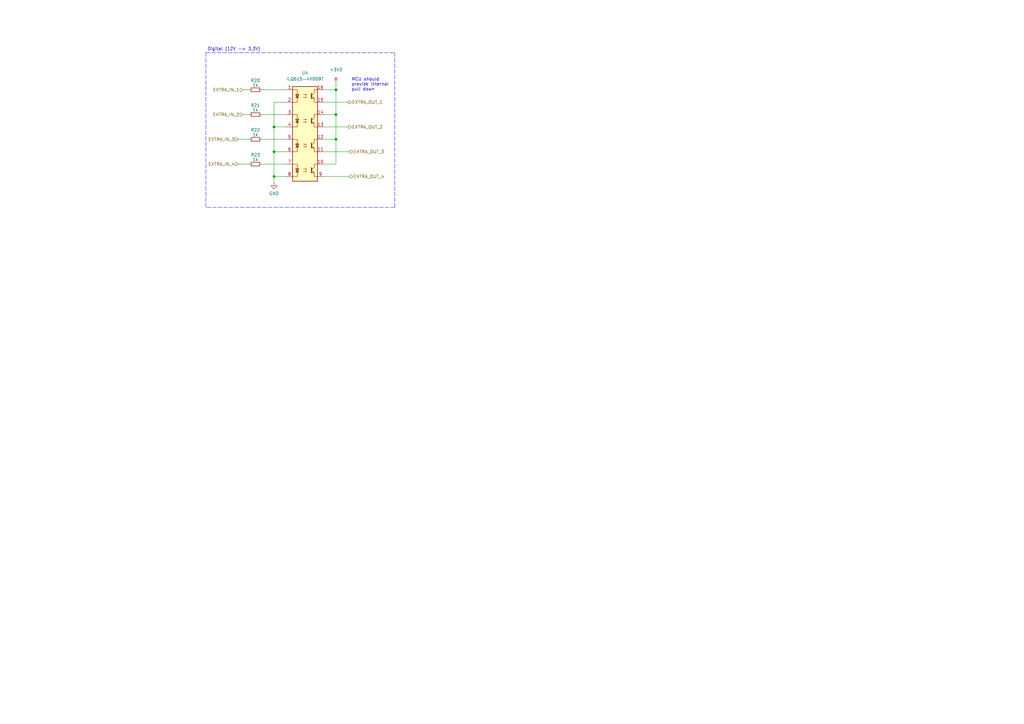
<source format=kicad_sch>
(kicad_sch (version 20211123) (generator eeschema)
  (paper "A3")
  (title_block (title "VCU") (date "2022-11-20") (rev "1.0") (company "SUFST") (comment 1 "STAG 9") (comment 2 "Tim Brewis") (comment 3 "Max O'Brien"))
  (lib_symbols
    (symbol "Device:R_Small" (pin_numbers hide) (pin_names (offset 0.254) hide)
      (property "Reference" "R" (at 0.762 0.508 0))
      (property "Value" "R_Small" (at 0.762 -1.016 0))
      (symbol "R_Small_0_1"
        (rectangle (start -0.762 1.778) (end 0.762 -1.778) (stroke (width 0.2032)))
      )
      (symbol "R_Small_1_1"
        (pin passive line (at 0 2.54 270) (length 0.762) (name "~") (number "1"))
        (pin passive line (at 0 -2.54 90) (length 0.762) (name "~") (number "2"))
      )
    )
    (symbol "SUFST:ILQ615-4X009T"
      (property "Reference" "U" (at 0 15.875 0))
      (property "Value" "ILQ615-4X009T" (at 0 13.97 0))
      (symbol "ILQ615-4X009T_0_1"
        (rectangle (start -5.08 11.43) (end 5.08 -27.305) (stroke (width 0.254)) (fill (type background)))
        (polyline (pts (xy -3.81 -23.495) (xy -2.54 -23.495)) (stroke (width 0.254)))
        (polyline (pts (xy -3.81 -13.335) (xy -2.54 -13.335)) (stroke (width 0.254)))
        (polyline (pts (xy -3.81 -3.175) (xy -2.54 -3.175)) (stroke (width 0.254)))
        (polyline (pts (xy -3.81 6.985) (xy -2.54 6.985)) (stroke (width 0.254)))
        (polyline (pts (xy 2.667 -22.987) (xy 3.81 -24.13)))
        (polyline (pts (xy 2.667 -22.733) (xy 3.81 -21.59)))
        (polyline (pts (xy 2.667 -12.827) (xy 3.81 -13.97)))
        (polyline (pts (xy 2.667 -12.573) (xy 3.81 -11.43)))
        (polyline (pts (xy 2.667 -2.667) (xy 3.81 -3.81)))
        (polyline (pts (xy 2.667 -2.413) (xy 3.81 -1.27)))
        (polyline (pts (xy 2.667 7.493) (xy 3.81 6.35)))
        (polyline (pts (xy 2.667 7.747) (xy 3.81 8.89)))
        (polyline (pts (xy 3.81 -25.4) (xy 5.08 -25.4)))
        (polyline (pts (xy 3.81 -24.13) (xy 3.81 -25.4)))
        (polyline (pts (xy 3.81 -21.59) (xy 3.81 -20.32)))
        (polyline (pts (xy 3.81 -20.32) (xy 5.08 -20.32)))
        (polyline (pts (xy 3.81 -15.24) (xy 5.08 -15.24)))
        (polyline (pts (xy 3.81 -13.97) (xy 3.81 -15.24)))
        (polyline (pts (xy 3.81 -11.43) (xy 3.81 -10.16)))
        (polyline (pts (xy 3.81 -10.16) (xy 5.08 -10.16)))
        (polyline (pts (xy 3.81 -5.08) (xy 5.08 -5.08)))
        (polyline (pts (xy 3.81 -3.81) (xy 3.81 -5.08)))
        (polyline (pts (xy 3.81 -1.27) (xy 3.81 0)))
        (polyline (pts (xy 3.81 0) (xy 5.08 0)))
        (polyline (pts (xy 3.81 5.08) (xy 5.08 5.08)))
        (polyline (pts (xy 3.81 6.35) (xy 3.81 5.08)))
        (polyline (pts (xy 3.81 8.89) (xy 3.81 10.16)))
        (polyline (pts (xy 3.81 10.16) (xy 5.08 10.16)))
        (polyline (pts (xy 2.667 -21.844) (xy 2.667 -23.876) (xy 2.667 -23.876)) (stroke (width 0.3556)))
        (polyline (pts (xy 2.667 -11.684) (xy 2.667 -13.716) (xy 2.667 -13.716)) (stroke (width 0.3556)))
        (polyline (pts (xy 2.667 -1.524) (xy 2.667 -3.556) (xy 2.667 -3.556)) (stroke (width 0.3556)))
        (polyline (pts (xy 2.667 8.636) (xy 2.667 6.604) (xy 2.667 6.604)) (stroke (width 0.3556)))
        (polyline (pts (xy -5.08 -25.4) (xy -3.175 -25.4) (xy -3.175 -20.32) (xy -5.08 -20.32)))
        (polyline (pts (xy -5.08 -15.24) (xy -3.175 -15.24) (xy -3.175 -10.16) (xy -5.08 -10.16)))
        (polyline (pts (xy -5.08 -5.08) (xy -3.175 -5.08) (xy -3.175 0) (xy -5.08 0)))
        (polyline (pts (xy -5.08 5.08) (xy -3.175 5.08) (xy -3.175 10.16) (xy -5.08 10.16)))
        (polyline (pts (xy -3.175 -23.495) (xy -3.81 -22.225) (xy -2.54 -22.225) (xy -3.175 -23.495)) (stroke (width 0.254)))
        (polyline (pts (xy -3.175 -13.335) (xy -3.81 -12.065) (xy -2.54 -12.065) (xy -3.175 -13.335)) (stroke (width 0.254)))
        (polyline (pts (xy -3.175 -3.175) (xy -3.81 -1.905) (xy -2.54 -1.905) (xy -3.175 -3.175)) (stroke (width 0.254)))
        (polyline (pts (xy -3.175 6.985) (xy -3.81 8.255) (xy -2.54 8.255) (xy -3.175 6.985)) (stroke (width 0.254)))
        (polyline (pts (xy 3.683 -24.003) (xy 3.429 -23.495) (xy 3.175 -23.749) (xy 3.683 -24.003)))
        (polyline (pts (xy 3.683 -13.843) (xy 3.429 -13.335) (xy 3.175 -13.589) (xy 3.683 -13.843)))
        (polyline (pts (xy 3.683 -3.683) (xy 3.429 -3.175) (xy 3.175 -3.429) (xy 3.683 -3.683)))
        (polyline (pts (xy 3.683 6.477) (xy 3.429 6.985) (xy 3.175 6.731) (xy 3.683 6.477)))
        (polyline (pts (xy -0.635 -23.368) (xy 0.635 -23.368) (xy 0.254 -23.495) (xy 0.254 -23.241) (xy 0.635 -23.368)))
        (polyline (pts (xy -0.635 -22.352) (xy 0.635 -22.352) (xy 0.254 -22.479) (xy 0.254 -22.225) (xy 0.635 -22.352)))
        (polyline (pts (xy -0.635 -13.208) (xy 0.635 -13.208) (xy 0.254 -13.335) (xy 0.254 -13.081) (xy 0.635 -13.208)))
        (polyline (pts (xy -0.635 -12.192) (xy 0.635 -12.192) (xy 0.254 -12.319) (xy 0.254 -12.065) (xy 0.635 -12.192)))
        (polyline (pts (xy -0.635 -3.048) (xy 0.635 -3.048) (xy 0.254 -3.175) (xy 0.254 -2.921) (xy 0.635 -3.048)))
        (polyline (pts (xy -0.635 -2.032) (xy 0.635 -2.032) (xy 0.254 -2.159) (xy 0.254 -1.905) (xy 0.635 -2.032)))
        (polyline (pts (xy -0.635 7.112) (xy 0.635 7.112) (xy 0.254 6.985) (xy 0.254 7.239) (xy 0.635 7.112)))
        (polyline (pts (xy -0.635 8.128) (xy 0.635 8.128) (xy 0.254 8.001) (xy 0.254 8.255) (xy 0.635 8.128)))
      )
      (symbol "ILQ615-4X009T_1_1"
        (pin passive line (at -7.62 10.16 0) (length 2.54) (name "~") (number "1"))
        (pin passive line (at 7.62 -20.32 180) (length 2.54) (name "~") (number "10"))
        (pin passive line (at 7.62 -15.24 180) (length 2.54) (name "~") (number "11"))
        (pin passive line (at 7.62 -10.16 180) (length 2.54) (name "~") (number "12"))
        (pin passive line (at 7.62 -5.08 180) (length 2.54) (name "~") (number "13"))
        (pin passive line (at 7.62 0 180) (length 2.54) (name "~") (number "14"))
        (pin passive line (at 7.62 5.08 180) (length 2.54) (name "~") (number "15"))
        (pin passive line (at 7.62 10.16 180) (length 2.54) (name "~") (number "16"))
        (pin passive line (at -7.62 5.08 0) (length 2.54) (name "~") (number "2"))
        (pin passive line (at -7.62 0 0) (length 2.54) (name "~") (number "3"))
        (pin passive line (at -7.62 -5.08 0) (length 2.54) (name "~") (number "4"))
        (pin passive line (at -7.62 -10.16 0) (length 2.54) (name "~") (number "5"))
        (pin passive line (at -7.62 -15.24 0) (length 2.54) (name "~") (number "6"))
        (pin passive line (at -7.62 -20.32 0) (length 2.54) (name "~") (number "7"))
        (pin passive line (at -7.62 -25.4 0) (length 2.54) (name "~") (number "8"))
        (pin passive line (at 7.62 -25.4 180) (length 2.54) (name "~") (number "9"))
      )
    )
    (symbol "power:+3V3" (power) (pin_names (offset 0))
      (property "Value" "+3V3" (at 0 3.556 0))
      (symbol "+3V3_0_1"
        (polyline (pts (xy -0.762 1.27) (xy 0 2.54)))
        (polyline (pts (xy 0 0) (xy 0 2.54)))
        (polyline (pts (xy 0 2.54) (xy 0.762 1.27)))
      )
      (symbol "+3V3_1_1"
        (pin power_in line (at 0 0 90) (length 0) hide (name "+3V3") (number "1"))
      )
    )
    (symbol "power:GND" (power) (pin_names (offset 0))
      (property "Value" "GND" (at 0 -3.81 0))
      (symbol "GND_0_1"
        (polyline (pts (xy 0 0) (xy 0 -1.27) (xy 1.27 -1.27) (xy 0 -2.54) (xy -1.27 -1.27) (xy 0 -1.27)))
      )
      (symbol "GND_1_1"
        (pin power_in line (at 0 0 270) (length 0) hide (name "GND") (number "1"))
      )
    )
  )
  (junction (at 137.795 57.15))
  (junction (at 137.795 36.83))
  (junction (at 137.795 46.99))
  (junction (at 112.395 72.39))
  (junction (at 112.395 62.23))
  (junction (at 112.395 52.07))
  (polyline (pts (xy 84.455 21.59) (xy 84.455 85.09)))
  (wire (pts (xy 112.395 62.23) (xy 112.395 72.39)))
  (wire (pts (xy 132.715 41.91) (xy 142.875 41.91)))
  (polyline (pts (xy 161.925 21.59) (xy 161.925 85.09)))
  (wire (pts (xy 112.395 72.39) (xy 117.475 72.39)))
  (wire (pts (xy 112.395 41.91) (xy 117.475 41.91)))
  (wire (pts (xy 132.715 62.23) (xy 143.51 62.23)))
  (wire (pts (xy 132.715 52.07) (xy 142.875 52.07)))
  (wire (pts (xy 137.795 57.15) (xy 132.715 57.15)))
  (wire (pts (xy 137.795 46.99) (xy 137.795 57.15)))
  (wire (pts (xy 107.315 46.99) (xy 117.475 46.99)))
  (polyline (pts (xy 161.925 85.09) (xy 84.455 85.09)))
  (wire (pts (xy 132.715 67.31) (xy 137.795 67.31)))
  (wire (pts (xy 97.79 57.15) (xy 102.235 57.15)))
  (wire (pts (xy 132.715 72.39) (xy 143.51 72.39)))
  (wire (pts (xy 137.795 46.99) (xy 132.715 46.99)))
  (wire (pts (xy 137.795 36.83) (xy 137.795 46.99)))
  (wire (pts (xy 99.695 36.83) (xy 102.235 36.83)))
  (wire (pts (xy 112.395 52.07) (xy 117.475 52.07)))
  (wire (pts (xy 107.315 57.15) (xy 117.475 57.15)))
  (wire (pts (xy 137.795 34.29) (xy 137.795 36.83)))
  (wire (pts (xy 107.315 36.83) (xy 117.475 36.83)))
  (wire (pts (xy 112.395 41.91) (xy 112.395 52.07)))
  (polyline (pts (xy 84.455 21.59) (xy 161.925 21.59)))
  (wire (pts (xy 107.315 67.31) (xy 117.475 67.31)))
  (wire (pts (xy 112.395 52.07) (xy 112.395 62.23)))
  (wire (pts (xy 112.395 72.39) (xy 112.395 74.93)))
  (wire (pts (xy 112.395 62.23) (xy 117.475 62.23)))
  (wire (pts (xy 137.795 67.31) (xy 137.795 57.15)))
  (wire (pts (xy 132.715 36.83) (xy 137.795 36.83)))
  (wire (pts (xy 99.695 46.99) (xy 102.235 46.99)))
  (wire (pts (xy 97.79 67.31) (xy 102.235 67.31)))
  (text "Digital (12V -> 3.3V)" (at 85.09 20.955 0) (effects (font (size 1.27 1.27)) (justify left bottom)))
  (text "MCU should\nprovide internal\npull down" (at 144.145 37.465 0) (effects (font (size 1.27 1.27)) (justify left bottom)))
  (hierarchical_label "EXTRA_OUT_1" (shape output) (at 142.875 41.91 0))
  (hierarchical_label "EXTRA_IN_2" (shape input) (at 99.695 46.99 180))
  (hierarchical_label "EXTRA_IN_1" (shape input) (at 99.695 36.83 180))
  (hierarchical_label "EXTRA_OUT_4" (shape output) (at 143.51 72.39 0))
  (hierarchical_label "EXTRA_OUT_2" (shape output) (at 142.875 52.07 0))
  (hierarchical_label "EXTRA_IN_4" (shape input) (at 97.79 67.31 180))
  (hierarchical_label "EXTRA_OUT_3" (shape output) (at 143.51 62.23 0))
  (hierarchical_label "EXTRA_IN_3" (shape input) (at 97.79 57.15 180))
  (symbol (lib_id "power:+3V3") (at 137.795 34.29 0) (unit 1)
    (property "Reference" "#PWR029" (effects hide))
    (property "Value" "+3V3" (at 137.795 28.575 0))
  )
  (symbol (lib_id "Device:R_Small") (at 104.775 57.15 90) (unit 1)
    (property "Reference" "R22" (at 104.775 53.34 90))
    (property "Value" "1k" (at 104.775 55.245 90))
    (property "Footprint" "Resistor_SMD:R_0805_2012Metric_Pad1.20x1.40mm_HandSolder" (effects hide))
    (property "Optional" "False" (effects hide))
    (property "Supplier" "Mouser" (effects hide))
  )
  (symbol (lib_id "Device:R_Small") (at 104.775 67.31 90) (unit 1)
    (property "Reference" "R23" (at 104.775 63.5 90))
    (property "Value" "1k" (at 104.775 65.405 90))
    (property "Footprint" "Resistor_SMD:R_0805_2012Metric_Pad1.20x1.40mm_HandSolder" (effects hide))
    (property "Optional" "False" (effects hide))
    (property "Supplier" "Mouser" (effects hide))
  )
  (symbol (lib_id "power:GND") (at 112.395 74.93 0) (unit 1)
    (property "Reference" "#PWR028" (effects hide))
    (property "Value" "GND" (at 112.395 79.375 0))
  )
  (symbol (lib_id "Device:R_Small") (at 104.775 36.83 90) (unit 1)
    (property "Reference" "R20" (at 104.775 33.02 90))
    (property "Value" "1k" (at 104.775 34.925 90))
    (property "Footprint" "Resistor_SMD:R_0805_2012Metric_Pad1.20x1.40mm_HandSolder" (effects hide))
    (property "Optional" "False" (effects hide))
    (property "Supplier" "Mouser" (effects hide))
  )
  (symbol (lib_id "SUFST:ILQ615-4X009T") (at 125.095 46.99 0) (unit 1)
    (property "Reference" "U4" (at 125.095 29.845 0))
    (property "Value" "ILQ615-4X009T" (at 125.095 32.385 0))
    (property "Footprint" "SUFST:SOIC254P1005X380-16N" (effects hide))
    (property "Datasheet" "https://www.vishay.com/docs/83652/ild615.pdf" (effects hide))
    (property "Supplier" "Mouser" (effects hide))
    (property "Order Code" "782-ILQ615-4X009" (effects hide))
    (property "Optional" "False" (effects hide))
  )
  (symbol (lib_id "Device:R_Small") (at 104.775 46.99 90) (unit 1)
    (property "Reference" "R21" (at 104.775 43.18 90))
    (property "Value" "1k" (at 104.775 45.085 90))
    (property "Footprint" "Resistor_SMD:R_0805_2012Metric_Pad1.20x1.40mm_HandSolder" (effects hide))
    (property "Optional" "False" (effects hide))
    (property "Supplier" "Mouser" (effects hide))
  )
)
</source>
